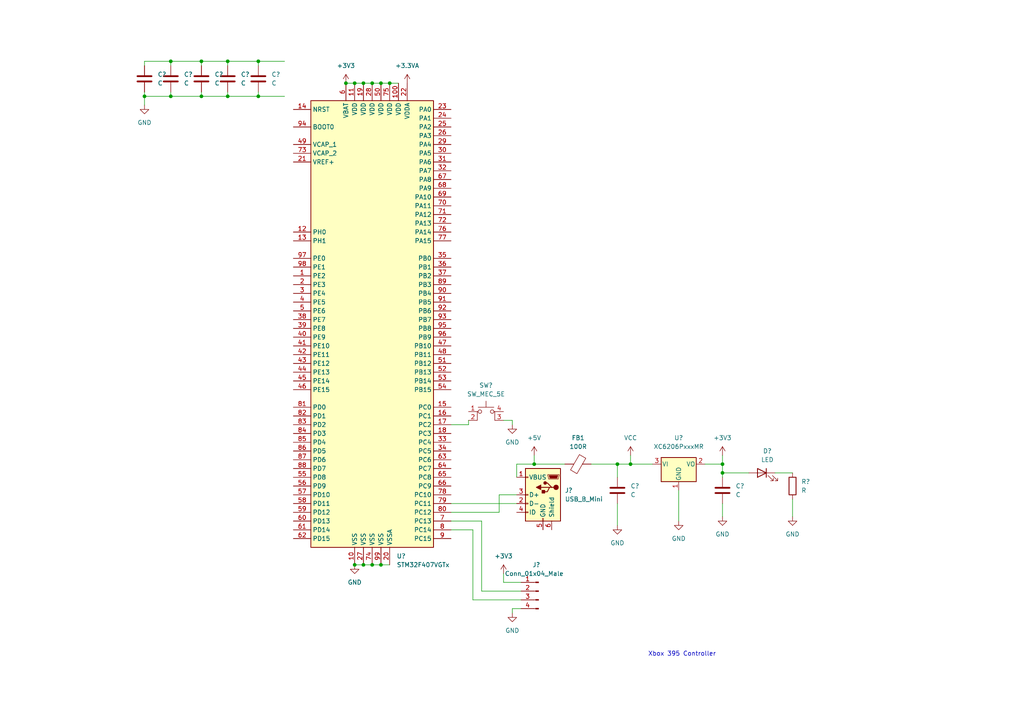
<source format=kicad_sch>
(kicad_sch (version 20211123) (generator eeschema)
  (paper "A4")
  (lib_symbols
    (symbol "Connector:Conn_01x04_Male" (pin_names (offset 1.016) hide)
      (property "Reference" "J" (at 0 5.08 0))
      (property "Value" "Conn_01x04_Male" (at 0 -7.62 0))
      (symbol "Conn_01x04_Male_1_1"
        (polyline (pts (xy 1.27 -5.08) (xy 0.8636 -5.08)) (stroke (width 0.1524)))
        (polyline (pts (xy 1.27 -2.54) (xy 0.8636 -2.54)) (stroke (width 0.1524)))
        (polyline (pts (xy 1.27 0) (xy 0.8636 0)) (stroke (width 0.1524)))
        (polyline (pts (xy 1.27 2.54) (xy 0.8636 2.54)) (stroke (width 0.1524)))
        (rectangle (start 0.8636 -4.953) (end 0 -5.207) (stroke (width 0.1524)) (fill (type outline)))
        (rectangle (start 0.8636 -2.413) (end 0 -2.667) (stroke (width 0.1524)) (fill (type outline)))
        (rectangle (start 0.8636 0.127) (end 0 -0.127) (stroke (width 0.1524)) (fill (type outline)))
        (rectangle (start 0.8636 2.667) (end 0 2.413) (stroke (width 0.1524)) (fill (type outline)))
        (pin passive line (at 5.08 2.54 180) (length 3.81) (name "Pin_1") (number "1"))
        (pin passive line (at 5.08 0 180) (length 3.81) (name "Pin_2") (number "2"))
        (pin passive line (at 5.08 -2.54 180) (length 3.81) (name "Pin_3") (number "3"))
        (pin passive line (at 5.08 -5.08 180) (length 3.81) (name "Pin_4") (number "4"))
      )
    )
    (symbol "Connector:USB_B_Mini" (pin_names (offset 1.016))
      (property "Reference" "J" (at -5.08 11.43 0))
      (property "Value" "USB_B_Mini" (at -5.08 8.89 0))
      (symbol "USB_B_Mini_0_1"
        (rectangle (start -5.08 -7.62) (end 5.08 7.62) (stroke (width 0.254)) (fill (type background)))
        (circle (center -3.81 2.159) (radius 0.635) (stroke (width 0.254)) (fill (type outline)))
        (circle (center -0.635 3.429) (radius 0.381) (stroke (width 0.254)) (fill (type outline)))
        (rectangle (start -0.127 -7.62) (end 0.127 -6.858))
        (polyline (pts (xy -1.905 2.159) (xy 0.635 2.159)) (stroke (width 0.254)))
        (polyline (pts (xy -3.175 2.159) (xy -2.54 2.159) (xy -1.27 3.429) (xy -0.635 3.429)) (stroke (width 0.254)))
        (polyline (pts (xy -2.54 2.159) (xy -1.905 2.159) (xy -1.27 0.889) (xy 0 0.889)) (stroke (width 0.254)))
        (polyline (pts (xy 0.635 2.794) (xy 0.635 1.524) (xy 1.905 2.159) (xy 0.635 2.794)) (stroke (width 0.254)) (fill (type outline)))
        (polyline (pts (xy -4.318 5.588) (xy -1.778 5.588) (xy -2.032 4.826) (xy -4.064 4.826) (xy -4.318 5.588)) (fill (type outline)))
        (polyline (pts (xy -4.699 5.842) (xy -4.699 5.588) (xy -4.445 4.826) (xy -4.445 4.572) (xy -1.651 4.572) (xy -1.651 4.826) (xy -1.397 5.588) (xy -1.397 5.842) (xy -4.699 5.842)))
        (rectangle (start 0.254 1.27) (end -0.508 0.508) (stroke (width 0.254)) (fill (type outline)))
        (rectangle (start 5.08 -5.207) (end 4.318 -4.953))
        (rectangle (start 5.08 -2.667) (end 4.318 -2.413))
        (rectangle (start 5.08 -0.127) (end 4.318 0.127))
        (rectangle (start 5.08 4.953) (end 4.318 5.207))
      )
      (symbol "USB_B_Mini_1_1"
        (pin power_out line (at 7.62 5.08 180) (length 2.54) (name "VBUS") (number "1"))
        (pin bidirectional line (at 7.62 -2.54 180) (length 2.54) (name "D-") (number "2"))
        (pin bidirectional line (at 7.62 0 180) (length 2.54) (name "D+") (number "3"))
        (pin passive line (at 7.62 -5.08 180) (length 2.54) (name "ID") (number "4"))
        (pin power_out line (at 0 -10.16 90) (length 2.54) (name "GND") (number "5"))
        (pin passive line (at -2.54 -10.16 90) (length 2.54) (name "Shield") (number "6"))
      )
    )
    (symbol "Device:C" (pin_numbers hide) (pin_names (offset 0.254))
      (property "Reference" "C" (at 0.635 2.54 0))
      (property "Value" "C" (at 0.635 -2.54 0))
      (symbol "C_0_1"
        (polyline (pts (xy -2.032 -0.762) (xy 2.032 -0.762)) (stroke (width 0.508)))
        (polyline (pts (xy -2.032 0.762) (xy 2.032 0.762)) (stroke (width 0.508)))
      )
      (symbol "C_1_1"
        (pin passive line (at 0 3.81 270) (length 2.794) (name "~") (number "1"))
        (pin passive line (at 0 -3.81 90) (length 2.794) (name "~") (number "2"))
      )
    )
    (symbol "Device:FerriteBead" (pin_numbers hide) (pin_names (offset 0))
      (property "Reference" "FB" (at -3.81 0.635 90))
      (property "Value" "FerriteBead" (at 3.81 0 90))
      (symbol "FerriteBead_0_1"
        (polyline (pts (xy 0 -1.27) (xy 0 -1.2192)))
        (polyline (pts (xy 0 1.27) (xy 0 1.2954)))
        (polyline (pts (xy -2.7686 0.4064) (xy -1.7018 2.2606) (xy 2.7686 -0.3048) (xy 1.6764 -2.159) (xy -2.7686 0.4064)))
      )
      (symbol "FerriteBead_1_1"
        (pin passive line (at 0 3.81 270) (length 2.54) (name "~") (number "1"))
        (pin passive line (at 0 -3.81 90) (length 2.54) (name "~") (number "2"))
      )
    )
    (symbol "Device:LED" (pin_numbers hide) (pin_names (offset 1.016) hide)
      (property "Reference" "D" (at 0 2.54 0))
      (property "Value" "LED" (at 0 -2.54 0))
      (symbol "LED_0_1"
        (polyline (pts (xy -1.27 -1.27) (xy -1.27 1.27)) (stroke (width 0.254)))
        (polyline (pts (xy -1.27 0) (xy 1.27 0)))
        (polyline (pts (xy 1.27 -1.27) (xy 1.27 1.27) (xy -1.27 0) (xy 1.27 -1.27)) (stroke (width 0.254)))
        (polyline (pts (xy -3.048 -0.762) (xy -4.572 -2.286) (xy -3.81 -2.286) (xy -4.572 -2.286) (xy -4.572 -1.524)))
        (polyline (pts (xy -1.778 -0.762) (xy -3.302 -2.286) (xy -2.54 -2.286) (xy -3.302 -2.286) (xy -3.302 -1.524)))
      )
      (symbol "LED_1_1"
        (pin passive line (at -3.81 0 0) (length 2.54) (name "K") (number "1"))
        (pin passive line (at 3.81 0 180) (length 2.54) (name "A") (number "2"))
      )
    )
    (symbol "Device:R" (pin_numbers hide) (pin_names (offset 0))
      (property "Reference" "R" (at 2.032 0 90))
      (property "Value" "R" (at 0 0 90))
      (symbol "R_0_1"
        (rectangle (start -1.016 -2.54) (end 1.016 2.54) (stroke (width 0.254)))
      )
      (symbol "R_1_1"
        (pin passive line (at 0 3.81 270) (length 1.27) (name "~") (number "1"))
        (pin passive line (at 0 -3.81 90) (length 1.27) (name "~") (number "2"))
      )
    )
    (symbol "MCU_ST_STM32F4:STM32F407VGTx"
      (property "Reference" "U" (at -17.78 64.77 0))
      (property "Value" "STM32F407VGTx" (at 12.7 64.77 0))
      (symbol "STM32F407VGTx_0_1"
        (rectangle (start -17.78 -66.04) (end 17.78 63.5) (stroke (width 0.254)) (fill (type background)))
      )
      (symbol "STM32F407VGTx_1_1"
        (pin bidirectional line (at -22.86 12.7 0) (length 5.08) (name "PE2") (number "1"))
        (pin power_in line (at -5.08 -71.12 90) (length 5.08) (name "VSS") (number "10"))
        (pin power_in line (at 7.62 68.58 270) (length 5.08) (name "VDD") (number "100"))
        (pin power_in line (at -5.08 68.58 270) (length 5.08) (name "VDD") (number "11"))
        (pin input line (at -22.86 25.4 0) (length 5.08) (name "PH0") (number "12"))
        (pin input line (at -22.86 22.86 0) (length 5.08) (name "PH1") (number "13"))
        (pin input line (at -22.86 60.96 0) (length 5.08) (name "NRST") (number "14"))
        (pin bidirectional line (at 22.86 -25.4 180) (length 5.08) (name "PC0") (number "15"))
        (pin bidirectional line (at 22.86 -27.94 180) (length 5.08) (name "PC1") (number "16"))
        (pin bidirectional line (at 22.86 -30.48 180) (length 5.08) (name "PC2") (number "17"))
        (pin bidirectional line (at 22.86 -33.02 180) (length 5.08) (name "PC3") (number "18"))
        (pin power_in line (at -2.54 68.58 270) (length 5.08) (name "VDD") (number "19"))
        (pin bidirectional line (at -22.86 10.16 0) (length 5.08) (name "PE3") (number "2"))
        (pin power_in line (at 5.08 -71.12 90) (length 5.08) (name "VSSA") (number "20"))
        (pin power_in line (at -22.86 45.72 0) (length 5.08) (name "VREF+") (number "21"))
        (pin power_in line (at 10.16 68.58 270) (length 5.08) (name "VDDA") (number "22"))
        (pin bidirectional line (at 22.86 60.96 180) (length 5.08) (name "PA0") (number "23"))
        (pin bidirectional line (at 22.86 58.42 180) (length 5.08) (name "PA1") (number "24"))
        (pin bidirectional line (at 22.86 55.88 180) (length 5.08) (name "PA2") (number "25"))
        (pin bidirectional line (at 22.86 53.34 180) (length 5.08) (name "PA3") (number "26"))
        (pin power_in line (at -2.54 -71.12 90) (length 5.08) (name "VSS") (number "27"))
        (pin power_in line (at 0 68.58 270) (length 5.08) (name "VDD") (number "28"))
        (pin bidirectional line (at 22.86 50.8 180) (length 5.08) (name "PA4") (number "29"))
        (pin bidirectional line (at -22.86 7.62 0) (length 5.08) (name "PE4") (number "3"))
        (pin bidirectional line (at 22.86 48.26 180) (length 5.08) (name "PA5") (number "30"))
        (pin bidirectional line (at 22.86 45.72 180) (length 5.08) (name "PA6") (number "31"))
        (pin bidirectional line (at 22.86 43.18 180) (length 5.08) (name "PA7") (number "32"))
        (pin bidirectional line (at 22.86 -35.56 180) (length 5.08) (name "PC4") (number "33"))
        (pin bidirectional line (at 22.86 -38.1 180) (length 5.08) (name "PC5") (number "34"))
        (pin bidirectional line (at 22.86 17.78 180) (length 5.08) (name "PB0") (number "35"))
        (pin bidirectional line (at 22.86 15.24 180) (length 5.08) (name "PB1") (number "36"))
        (pin bidirectional line (at 22.86 12.7 180) (length 5.08) (name "PB2") (number "37"))
        (pin bidirectional line (at -22.86 0 0) (length 5.08) (name "PE7") (number "38"))
        (pin bidirectional line (at -22.86 -2.54 0) (length 5.08) (name "PE8") (number "39"))
        (pin bidirectional line (at -22.86 5.08 0) (length 5.08) (name "PE5") (number "4"))
        (pin bidirectional line (at -22.86 -5.08 0) (length 5.08) (name "PE9") (number "40"))
        (pin bidirectional line (at -22.86 -7.62 0) (length 5.08) (name "PE10") (number "41"))
        (pin bidirectional line (at -22.86 -10.16 0) (length 5.08) (name "PE11") (number "42"))
        (pin bidirectional line (at -22.86 -12.7 0) (length 5.08) (name "PE12") (number "43"))
        (pin bidirectional line (at -22.86 -15.24 0) (length 5.08) (name "PE13") (number "44"))
        (pin bidirectional line (at -22.86 -17.78 0) (length 5.08) (name "PE14") (number "45"))
        (pin bidirectional line (at -22.86 -20.32 0) (length 5.08) (name "PE15") (number "46"))
        (pin bidirectional line (at 22.86 -7.62 180) (length 5.08) (name "PB10") (number "47"))
        (pin bidirectional line (at 22.86 -10.16 180) (length 5.08) (name "PB11") (number "48"))
        (pin power_in line (at -22.86 50.8 0) (length 5.08) (name "VCAP_1") (number "49"))
        (pin bidirectional line (at -22.86 2.54 0) (length 5.08) (name "PE6") (number "5"))
        (pin power_in line (at 2.54 68.58 270) (length 5.08) (name "VDD") (number "50"))
        (pin bidirectional line (at 22.86 -12.7 180) (length 5.08) (name "PB12") (number "51"))
        (pin bidirectional line (at 22.86 -15.24 180) (length 5.08) (name "PB13") (number "52"))
        (pin bidirectional line (at 22.86 -17.78 180) (length 5.08) (name "PB14") (number "53"))
        (pin bidirectional line (at 22.86 -20.32 180) (length 5.08) (name "PB15") (number "54"))
        (pin bidirectional line (at -22.86 -45.72 0) (length 5.08) (name "PD8") (number "55"))
        (pin bidirectional line (at -22.86 -48.26 0) (length 5.08) (name "PD9") (number "56"))
        (pin bidirectional line (at -22.86 -50.8 0) (length 5.08) (name "PD10") (number "57"))
        (pin bidirectional line (at -22.86 -53.34 0) (length 5.08) (name "PD11") (number "58"))
        (pin bidirectional line (at -22.86 -55.88 0) (length 5.08) (name "PD12") (number "59"))
        (pin power_in line (at -7.62 68.58 270) (length 5.08) (name "VBAT") (number "6"))
        (pin bidirectional line (at -22.86 -58.42 0) (length 5.08) (name "PD13") (number "60"))
        (pin bidirectional line (at -22.86 -60.96 0) (length 5.08) (name "PD14") (number "61"))
        (pin bidirectional line (at -22.86 -63.5 0) (length 5.08) (name "PD15") (number "62"))
        (pin bidirectional line (at 22.86 -40.64 180) (length 5.08) (name "PC6") (number "63"))
        (pin bidirectional line (at 22.86 -43.18 180) (length 5.08) (name "PC7") (number "64"))
        (pin bidirectional line (at 22.86 -45.72 180) (length 5.08) (name "PC8") (number "65"))
        (pin bidirectional line (at 22.86 -48.26 180) (length 5.08) (name "PC9") (number "66"))
        (pin bidirectional line (at 22.86 40.64 180) (length 5.08) (name "PA8") (number "67"))
        (pin bidirectional line (at 22.86 38.1 180) (length 5.08) (name "PA9") (number "68"))
        (pin bidirectional line (at 22.86 35.56 180) (length 5.08) (name "PA10") (number "69"))
        (pin bidirectional line (at 22.86 -58.42 180) (length 5.08) (name "PC13") (number "7"))
        (pin bidirectional line (at 22.86 33.02 180) (length 5.08) (name "PA11") (number "70"))
        (pin bidirectional line (at 22.86 30.48 180) (length 5.08) (name "PA12") (number "71"))
        (pin bidirectional line (at 22.86 27.94 180) (length 5.08) (name "PA13") (number "72"))
        (pin power_in line (at -22.86 48.26 0) (length 5.08) (name "VCAP_2") (number "73"))
        (pin power_in line (at 0 -71.12 90) (length 5.08) (name "VSS") (number "74"))
        (pin power_in line (at 5.08 68.58 270) (length 5.08) (name "VDD") (number "75"))
        (pin bidirectional line (at 22.86 25.4 180) (length 5.08) (name "PA14") (number "76"))
        (pin bidirectional line (at 22.86 22.86 180) (length 5.08) (name "PA15") (number "77"))
        (pin bidirectional line (at 22.86 -50.8 180) (length 5.08) (name "PC10") (number "78"))
        (pin bidirectional line (at 22.86 -53.34 180) (length 5.08) (name "PC11") (number "79"))
        (pin bidirectional line (at 22.86 -60.96 180) (length 5.08) (name "PC14") (number "8"))
        (pin bidirectional line (at 22.86 -55.88 180) (length 5.08) (name "PC12") (number "80"))
        (pin bidirectional line (at -22.86 -25.4 0) (length 5.08) (name "PD0") (number "81"))
        (pin bidirectional line (at -22.86 -27.94 0) (length 5.08) (name "PD1") (number "82"))
        (pin bidirectional line (at -22.86 -30.48 0) (length 5.08) (name "PD2") (number "83"))
        (pin bidirectional line (at -22.86 -33.02 0) (length 5.08) (name "PD3") (number "84"))
        (pin bidirectional line (at -22.86 -35.56 0) (length 5.08) (name "PD4") (number "85"))
        (pin bidirectional line (at -22.86 -38.1 0) (length 5.08) (name "PD5") (number "86"))
        (pin bidirectional line (at -22.86 -40.64 0) (length 5.08) (name "PD6") (number "87"))
        (pin bidirectional line (at -22.86 -43.18 0) (length 5.08) (name "PD7") (number "88"))
        (pin bidirectional line (at 22.86 10.16 180) (length 5.08) (name "PB3") (number "89"))
        (pin bidirectional line (at 22.86 -63.5 180) (length 5.08) (name "PC15") (number "9"))
        (pin bidirectional line (at 22.86 7.62 180) (length 5.08) (name "PB4") (number "90"))
        (pin bidirectional line (at 22.86 5.08 180) (length 5.08) (name "PB5") (number "91"))
        (pin bidirectional line (at 22.86 2.54 180) (length 5.08) (name "PB6") (number "92"))
        (pin bidirectional line (at 22.86 0 180) (length 5.08) (name "PB7") (number "93"))
        (pin input line (at -22.86 55.88 0) (length 5.08) (name "BOOT0") (number "94"))
        (pin bidirectional line (at 22.86 -2.54 180) (length 5.08) (name "PB8") (number "95"))
        (pin bidirectional line (at 22.86 -5.08 180) (length 5.08) (name "PB9") (number "96"))
        (pin bidirectional line (at -22.86 17.78 0) (length 5.08) (name "PE0") (number "97"))
        (pin bidirectional line (at -22.86 15.24 0) (length 5.08) (name "PE1") (number "98"))
        (pin power_in line (at 2.54 -71.12 90) (length 5.08) (name "VSS") (number "99"))
      )
    )
    (symbol "Regulator_Linear:XC6206PxxxMR" (pin_names (offset 0.254))
      (property "Reference" "U" (at -3.81 3.175 0))
      (property "Value" "XC6206PxxxMR" (at 0 3.175 0))
      (symbol "XC6206PxxxMR_0_1"
        (rectangle (start -5.08 1.905) (end 5.08 -5.08) (stroke (width 0.254)) (fill (type background)))
      )
      (symbol "XC6206PxxxMR_1_1"
        (pin power_in line (at 0 -7.62 90) (length 2.54) (name "GND") (number "1"))
        (pin power_out line (at 7.62 0 180) (length 2.54) (name "VO") (number "2"))
        (pin power_in line (at -7.62 0 0) (length 2.54) (name "VI") (number "3"))
      )
    )
    (symbol "Switch:SW_MEC_5E" (pin_names (offset 1.016) hide)
      (property "Reference" "SW" (at 0.635 5.715 0))
      (property "Value" "SW_MEC_5E" (at 0 -3.175 0))
      (symbol "SW_MEC_5E_0_1"
        (circle (center -1.778 2.54) (radius 0.508))
        (polyline (pts (xy -2.286 3.81) (xy 2.286 3.81)))
        (polyline (pts (xy 0 3.81) (xy 0 5.588)))
        (polyline (pts (xy -2.54 0) (xy -2.54 2.54) (xy -2.286 2.54)))
        (polyline (pts (xy 2.54 0) (xy 2.54 2.54) (xy 2.286 2.54)))
        (circle (center 1.778 2.54) (radius 0.508))
        (pin passive line (at -5.08 2.54 0) (length 2.54) (name "1") (number "1"))
        (pin passive line (at -5.08 0 0) (length 2.54) (name "2") (number "2"))
        (pin passive line (at 5.08 0 180) (length 2.54) (name "K") (number "3"))
        (pin passive line (at 5.08 2.54 180) (length 2.54) (name "A") (number "4"))
      )
    )
    (symbol "power:+3.3V" (power) (pin_names (offset 0))
      (property "Value" "+3.3V" (at 0 3.556 0))
      (symbol "+3.3V_0_1"
        (polyline (pts (xy -0.762 1.27) (xy 0 2.54)))
        (polyline (pts (xy 0 0) (xy 0 2.54)))
        (polyline (pts (xy 0 2.54) (xy 0.762 1.27)))
      )
      (symbol "+3.3V_1_1"
        (pin power_in line (at 0 0 90) (length 0) hide (name "+3V3") (number "1"))
      )
    )
    (symbol "power:+3.3VA" (power) (pin_names (offset 0))
      (property "Value" "+3.3VA" (at 0 3.556 0))
      (symbol "+3.3VA_0_1"
        (polyline (pts (xy -0.762 1.27) (xy 0 2.54)))
        (polyline (pts (xy 0 0) (xy 0 2.54)))
        (polyline (pts (xy 0 2.54) (xy 0.762 1.27)))
      )
      (symbol "+3.3VA_1_1"
        (pin power_in line (at 0 0 90) (length 0) hide (name "+3.3VA") (number "1"))
      )
    )
    (symbol "power:+5V" (power) (pin_names (offset 0))
      (property "Value" "+5V" (at 0 3.556 0))
      (symbol "+5V_0_1"
        (polyline (pts (xy -0.762 1.27) (xy 0 2.54)))
        (polyline (pts (xy 0 0) (xy 0 2.54)))
        (polyline (pts (xy 0 2.54) (xy 0.762 1.27)))
      )
      (symbol "+5V_1_1"
        (pin power_in line (at 0 0 90) (length 0) hide (name "+5V") (number "1"))
      )
    )
    (symbol "power:GND" (power) (pin_names (offset 0))
      (property "Value" "GND" (at 0 -3.81 0))
      (symbol "GND_0_1"
        (polyline (pts (xy 0 0) (xy 0 -1.27) (xy 1.27 -1.27) (xy 0 -2.54) (xy -1.27 -1.27) (xy 0 -1.27)))
      )
      (symbol "GND_1_1"
        (pin power_in line (at 0 0 270) (length 0) hide (name "GND") (number "1"))
      )
    )
    (symbol "power:VCC" (power) (pin_names (offset 0))
      (property "Value" "VCC" (at 0 3.81 0))
      (symbol "VCC_0_1"
        (polyline (pts (xy -0.762 1.27) (xy 0 2.54)))
        (polyline (pts (xy 0 0) (xy 0 2.54)))
        (polyline (pts (xy 0 2.54) (xy 0.762 1.27)))
      )
      (symbol "VCC_1_1"
        (pin power_in line (at 0 0 90) (length 0) hide (name "VCC") (number "1"))
      )
    )
  )
  (junction (at 58.42 27.94))
  (junction (at 154.94 134.62))
  (junction (at 100.33 24.13))
  (junction (at 66.04 27.94))
  (junction (at 74.93 27.94))
  (junction (at 110.49 24.13))
  (junction (at 110.49 163.83))
  (junction (at 102.87 163.83))
  (junction (at 107.95 24.13))
  (junction (at 66.04 17.78))
  (junction (at 209.55 134.62))
  (junction (at 58.42 17.78))
  (junction (at 209.55 137.16))
  (junction (at 49.53 17.78))
  (junction (at 182.88 134.62))
  (junction (at 74.93 17.78))
  (junction (at 105.41 163.83))
  (junction (at 105.41 24.13))
  (junction (at 113.03 24.13))
  (junction (at 49.53 27.94))
  (junction (at 102.87 24.13))
  (junction (at 41.91 27.94))
  (junction (at 107.95 163.83))
  (junction (at 179.07 134.62))
  (wire (pts (xy 139.7 171.45) (xy 151.13 171.45)))
  (wire (pts (xy 148.59 121.92) (xy 148.59 123.19)))
  (wire (pts (xy 49.53 17.78) (xy 58.42 17.78)))
  (wire (pts (xy 107.95 163.83) (xy 110.49 163.83)))
  (wire (pts (xy 66.04 26.67) (xy 66.04 27.94)))
  (wire (pts (xy 113.03 24.13) (xy 115.57 24.13)))
  (wire (pts (xy 130.81 153.67) (xy 137.16 153.67)))
  (wire (pts (xy 102.87 24.13) (xy 105.41 24.13)))
  (wire (pts (xy 209.55 146.05) (xy 209.55 149.86)))
  (wire (pts (xy 74.93 17.78) (xy 74.93 19.05)))
  (wire (pts (xy 182.88 134.62) (xy 189.23 134.62)))
  (wire (pts (xy 100.33 24.13) (xy 102.87 24.13)))
  (wire (pts (xy 146.05 166.37) (xy 146.05 168.91)))
  (wire (pts (xy 209.55 137.16) (xy 217.17 137.16)))
  (wire (pts (xy 58.42 17.78) (xy 58.42 19.05)))
  (wire (pts (xy 149.86 138.43) (xy 149.86 134.62)))
  (wire (pts (xy 49.53 17.78) (xy 49.53 19.05)))
  (wire (pts (xy 182.88 132.08) (xy 182.88 134.62)))
  (wire (pts (xy 204.47 134.62) (xy 209.55 134.62)))
  (wire (pts (xy 209.55 137.16) (xy 209.55 138.43)))
  (wire (pts (xy 209.55 132.08) (xy 209.55 134.62)))
  (wire (pts (xy 179.07 134.62) (xy 179.07 138.43)))
  (wire (pts (xy 102.87 163.83) (xy 105.41 163.83)))
  (wire (pts (xy 66.04 17.78) (xy 66.04 19.05)))
  (wire (pts (xy 149.86 134.62) (xy 154.94 134.62)))
  (wire (pts (xy 130.81 123.19) (xy 135.89 123.19)))
  (wire (pts (xy 58.42 27.94) (xy 66.04 27.94)))
  (wire (pts (xy 74.93 27.94) (xy 82.55 27.94)))
  (wire (pts (xy 139.7 151.13) (xy 139.7 171.45)))
  (wire (pts (xy 41.91 27.94) (xy 41.91 30.48)))
  (wire (pts (xy 154.94 132.08) (xy 154.94 134.62)))
  (wire (pts (xy 151.13 176.53) (xy 148.59 176.53)))
  (wire (pts (xy 74.93 26.67) (xy 74.93 27.94)))
  (wire (pts (xy 41.91 17.78) (xy 41.91 19.05)))
  (wire (pts (xy 58.42 26.67) (xy 58.42 27.94)))
  (wire (pts (xy 135.89 123.19) (xy 135.89 121.92)))
  (wire (pts (xy 179.07 134.62) (xy 182.88 134.62)))
  (wire (pts (xy 66.04 17.78) (xy 74.93 17.78)))
  (wire (pts (xy 74.93 17.78) (xy 82.55 17.78)))
  (wire (pts (xy 179.07 146.05) (xy 179.07 152.4)))
  (wire (pts (xy 41.91 17.78) (xy 49.53 17.78)))
  (wire (pts (xy 130.81 151.13) (xy 139.7 151.13)))
  (wire (pts (xy 110.49 163.83) (xy 113.03 163.83)))
  (wire (pts (xy 171.45 134.62) (xy 179.07 134.62)))
  (wire (pts (xy 130.81 148.59) (xy 144.78 148.59)))
  (wire (pts (xy 209.55 134.62) (xy 209.55 137.16)))
  (wire (pts (xy 49.53 27.94) (xy 58.42 27.94)))
  (wire (pts (xy 137.16 153.67) (xy 137.16 173.99)))
  (wire (pts (xy 144.78 148.59) (xy 144.78 143.51)))
  (wire (pts (xy 154.94 134.62) (xy 163.83 134.62)))
  (wire (pts (xy 105.41 24.13) (xy 107.95 24.13)))
  (wire (pts (xy 107.95 24.13) (xy 110.49 24.13)))
  (wire (pts (xy 224.79 137.16) (xy 229.87 137.16)))
  (wire (pts (xy 105.41 163.83) (xy 107.95 163.83)))
  (wire (pts (xy 58.42 17.78) (xy 66.04 17.78)))
  (wire (pts (xy 146.05 121.92) (xy 148.59 121.92)))
  (wire (pts (xy 110.49 24.13) (xy 113.03 24.13)))
  (wire (pts (xy 49.53 26.67) (xy 49.53 27.94)))
  (wire (pts (xy 66.04 27.94) (xy 74.93 27.94)))
  (wire (pts (xy 151.13 168.91) (xy 146.05 168.91)))
  (wire (pts (xy 41.91 26.67) (xy 41.91 27.94)))
  (wire (pts (xy 229.87 144.78) (xy 229.87 149.86)))
  (wire (pts (xy 41.91 27.94) (xy 49.53 27.94)))
  (wire (pts (xy 137.16 173.99) (xy 151.13 173.99)))
  (wire (pts (xy 148.59 176.53) (xy 148.59 177.8)))
  (wire (pts (xy 144.78 143.51) (xy 149.86 143.51)))
  (wire (pts (xy 196.85 142.24) (xy 196.85 151.13)))
  (wire (pts (xy 130.81 146.05) (xy 149.86 146.05)))
  (text "Xbox 395 Controller" (at 187.96 190.5 0) (effects (font (size 1.27 1.27)) (justify left bottom)))
  (symbol (lib_id "power:+3.3V") (at 146.05 166.37 0) (unit 1)
    (property "Reference" "#PWR?" (effects hide))
    (property "Value" "+3.3V" (at 146.05 161.29 0))
  )
  (symbol (lib_id "Device:LED") (at 220.98 137.16 0) (mirror y) (unit 1)
    (property "Reference" "D?" (at 222.5675 130.81 0))
    (property "Value" "LED" (at 222.5675 133.35 0))
  )
  (symbol (lib_id "Device:C") (at 49.53 22.86 0) (unit 1)
    (property "Reference" "C?" (at 53.34 21.5899 0) (effects (justify left)))
    (property "Value" "C" (at 53.34 24.1299 0) (effects (justify left)))
  )
  (symbol (lib_id "power:GND") (at 148.59 123.19 0) (unit 1)
    (property "Reference" "#PWR?" (effects hide))
    (property "Value" "GND" (at 148.59 128.27 0))
  )
  (symbol (lib_id "power:+3.3V") (at 100.33 24.13 0) (unit 1)
    (property "Reference" "#PWR?" (effects hide))
    (property "Value" "+3.3V" (at 100.33 19.05 0))
  )
  (symbol (lib_id "Device:C") (at 179.07 142.24 0) (unit 1)
    (property "Reference" "C?" (at 182.88 140.9699 0) (effects (justify left)))
    (property "Value" "C" (at 182.88 143.5099 0) (effects (justify left)))
  )
  (symbol (lib_id "power:VCC") (at 182.88 132.08 0) (unit 1)
    (property "Reference" "#PWR?" (effects hide))
    (property "Value" "VCC" (at 182.88 127 0))
  )
  (symbol (lib_id "power:GND") (at 209.55 149.86 0) (unit 1)
    (property "Reference" "#PWR?" (effects hide))
    (property "Value" "GND" (at 209.55 154.94 0))
  )
  (symbol (lib_id "Connector:Conn_01x04_Male") (at 156.21 171.45 0) (mirror y) (unit 1)
    (property "Reference" "J?" (at 155.575 163.83 0))
    (property "Value" "Conn_01x04_Male" (at 154.94 166.37 0))
  )
  (symbol (lib_id "MCU_ST_STM32F4:STM32F407VGTx") (at 107.95 92.71 0) (unit 1)
    (property "Reference" "U?" (at 115.0494 161.29 0) (effects (justify left)))
    (property "Value" "STM32F407VGTx" (at 115.0494 163.83 0) (effects (justify left)))
    (property "Footprint" "Package_QFP:LQFP-100_14x14mm_P0.5mm" (effects hide))
    (property "Datasheet" "http://www.st.com/st-web-ui/static/active/en/resource/technical/document/datasheet/DM00037051.pdf" (effects hide))
  )
  (symbol (lib_id "power:GND") (at 229.87 149.86 0) (unit 1)
    (property "Reference" "#PWR?" (effects hide))
    (property "Value" "GND" (at 229.87 154.94 0))
  )
  (symbol (lib_id "Device:C") (at 74.93 22.86 0) (unit 1)
    (property "Reference" "C?" (at 78.74 21.5899 0) (effects (justify left)))
    (property "Value" "C" (at 78.74 24.1299 0) (effects (justify left)))
  )
  (symbol (lib_id "power:+5V") (at 154.94 132.08 0) (unit 1)
    (property "Reference" "#PWR?" (effects hide))
    (property "Value" "+5V" (at 154.94 127 0))
  )
  (symbol (lib_id "power:+3.3VA") (at 118.11 24.13 0) (unit 1)
    (property "Reference" "#PWR?" (effects hide))
    (property "Value" "+3.3VA" (at 118.11 19.05 0))
  )
  (symbol (lib_id "power:+3.3V") (at 209.55 132.08 0) (unit 1)
    (property "Reference" "#PWR?" (effects hide))
    (property "Value" "+3.3V" (at 209.55 127 0))
  )
  (symbol (lib_id "Regulator_Linear:XC6206PxxxMR") (at 196.85 134.62 0) (unit 1)
    (property "Reference" "U?" (at 196.85 127 0))
    (property "Value" "XC6206PxxxMR" (at 196.85 129.54 0))
    (property "Footprint" "Package_TO_SOT_SMD:SOT-23" (effects hide))
    (property "Datasheet" "https://www.torexsemi.com/file/xc6206/XC6206.pdf" (effects hide))
  )
  (symbol (lib_id "Device:R") (at 229.87 140.97 0) (unit 1)
    (property "Reference" "R?" (at 232.41 139.6999 0) (effects (justify left)))
    (property "Value" "R" (at 232.41 142.2399 0) (effects (justify left)))
  )
  (symbol (lib_id "Device:C") (at 66.04 22.86 0) (unit 1)
    (property "Reference" "C?" (at 69.85 21.5899 0) (effects (justify left)))
    (property "Value" "C" (at 69.85 24.1299 0) (effects (justify left)))
  )
  (symbol (lib_id "power:GND") (at 102.87 163.83 0) (unit 1)
    (property "Reference" "#PWR?" (effects hide))
    (property "Value" "GND" (at 102.87 168.91 0))
  )
  (symbol (lib_id "Device:C") (at 41.91 22.86 0) (unit 1)
    (property "Reference" "C?" (at 45.72 21.5899 0) (effects (justify left)))
    (property "Value" "C" (at 45.72 24.1299 0) (effects (justify left)))
  )
  (symbol (lib_id "Switch:SW_MEC_5E") (at 140.97 121.92 0) (unit 1)
    (property "Reference" "SW?" (at 140.97 111.76 0))
    (property "Value" "SW_MEC_5E" (at 140.97 114.3 0))
    (property "Datasheet" "http://www.apem.com/int/index.php?controller=attachment&id_attachment=1371" (effects hide))
  )
  (symbol (lib_id "power:GND") (at 148.59 177.8 0) (unit 1)
    (property "Reference" "#PWR?" (effects hide))
    (property "Value" "GND" (at 148.59 182.88 0))
  )
  (symbol (lib_id "power:GND") (at 196.85 151.13 0) (unit 1)
    (property "Reference" "#PWR?" (effects hide))
    (property "Value" "GND" (at 196.85 156.21 0))
  )
  (symbol (lib_id "Device:FerriteBead") (at 167.64 134.62 270) (unit 1)
    (property "Reference" "FB1" (at 167.6908 127 90))
    (property "Value" "100R" (at 167.6908 129.54 90))
  )
  (symbol (lib_id "Device:C") (at 209.55 142.24 0) (unit 1)
    (property "Reference" "C?" (at 213.36 140.9699 0) (effects (justify left)))
    (property "Value" "C" (at 213.36 143.5099 0) (effects (justify left)))
  )
  (symbol (lib_id "Device:C") (at 58.42 22.86 0) (unit 1)
    (property "Reference" "C?" (at 62.23 21.5899 0) (effects (justify left)))
    (property "Value" "C" (at 62.23 24.1299 0) (effects (justify left)))
  )
  (symbol (lib_id "power:GND") (at 41.91 30.48 0) (unit 1)
    (property "Reference" "#PWR?" (effects hide))
    (property "Value" "GND" (at 41.91 35.56 0))
  )
  (symbol (lib_id "Connector:USB_B_Mini") (at 157.48 143.51 0) (mirror y) (unit 1)
    (property "Reference" "J?" (at 163.83 142.2399 0) (effects (justify right)))
    (property "Value" "USB_B_Mini" (at 163.83 144.7799 0) (effects (justify right)))
  )
  (symbol (lib_id "power:GND") (at 179.07 152.4 0) (unit 1)
    (property "Reference" "#PWR?" (effects hide))
    (property "Value" "GND" (at 179.07 157.48 0))
  )
)
</source>
